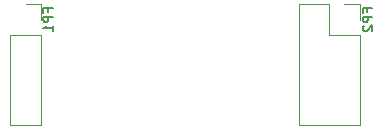
<source format=gbo>
%TF.GenerationSoftware,KiCad,Pcbnew,(6.0.2)*%
%TF.CreationDate,2022-03-15T19:18:54-04:00*%
%TF.ProjectId,Pi1541_Control_Pannel,50693135-3431-45f4-936f-6e74726f6c5f,1.0*%
%TF.SameCoordinates,Original*%
%TF.FileFunction,Legend,Bot*%
%TF.FilePolarity,Positive*%
%FSLAX46Y46*%
G04 Gerber Fmt 4.6, Leading zero omitted, Abs format (unit mm)*
G04 Created by KiCad (PCBNEW (6.0.2)) date 2022-03-15 19:18:54*
%MOMM*%
%LPD*%
G01*
G04 APERTURE LIST*
%ADD10C,0.152400*%
%ADD11C,0.120000*%
%ADD12O,2.700000X5.400000*%
%ADD13R,1.700000X1.700000*%
%ADD14O,1.700000X1.700000*%
%ADD15C,2.000000*%
%ADD16R,2.000000X2.000000*%
%ADD17C,2.700000*%
%ADD18R,1.800000X1.800000*%
%ADD19C,1.800000*%
G04 APERTURE END LIST*
D10*
X161941942Y-75512667D02*
X161941942Y-75241734D01*
X162367695Y-75241734D02*
X161554895Y-75241734D01*
X161554895Y-75628781D01*
X162367695Y-75938420D02*
X161554895Y-75938420D01*
X161554895Y-76248058D01*
X161593600Y-76325467D01*
X161632304Y-76364172D01*
X161709714Y-76402877D01*
X161825828Y-76402877D01*
X161903238Y-76364172D01*
X161941942Y-76325467D01*
X161980647Y-76248058D01*
X161980647Y-75938420D01*
X161632304Y-76712515D02*
X161593600Y-76751220D01*
X161554895Y-76828629D01*
X161554895Y-77022153D01*
X161593600Y-77099562D01*
X161632304Y-77138267D01*
X161709714Y-77176972D01*
X161787123Y-77176972D01*
X161903238Y-77138267D01*
X162367695Y-76673810D01*
X162367695Y-77176972D01*
X134891342Y-75512665D02*
X134891342Y-75241732D01*
X135317095Y-75241732D02*
X134504295Y-75241732D01*
X134504295Y-75628779D01*
X135317095Y-75938418D02*
X134504295Y-75938418D01*
X134504295Y-76248056D01*
X134543000Y-76325465D01*
X134581704Y-76364170D01*
X134659114Y-76402875D01*
X134775228Y-76402875D01*
X134852638Y-76364170D01*
X134891342Y-76325465D01*
X134930047Y-76248056D01*
X134930047Y-75938418D01*
X135317095Y-77176970D02*
X135317095Y-76712513D01*
X135317095Y-76944741D02*
X134504295Y-76944741D01*
X134620409Y-76867332D01*
X134697819Y-76789922D01*
X134736523Y-76712513D01*
D11*
X156130000Y-74860000D02*
X156130000Y-85140000D01*
X161330000Y-77460000D02*
X158730000Y-77460000D01*
X158730000Y-74860000D02*
X156130000Y-74860000D01*
X161330000Y-85140000D02*
X156130000Y-85140000D01*
X161330000Y-76190000D02*
X161330000Y-74860000D01*
X161330000Y-77460000D02*
X161330000Y-85140000D01*
X161330000Y-74860000D02*
X160000000Y-74860000D01*
X158730000Y-77460000D02*
X158730000Y-74860000D01*
X131670000Y-77460000D02*
X131670000Y-85140000D01*
X134330000Y-76190000D02*
X134330000Y-74860000D01*
X134330000Y-77460000D02*
X134330000Y-85140000D01*
X134330000Y-77460000D02*
X131670000Y-77460000D01*
X134330000Y-85140000D02*
X131670000Y-85140000D01*
X134330000Y-74860000D02*
X133000000Y-74860000D01*
%LPC*%
D12*
X129600000Y-90550000D03*
X153400000Y-69450000D03*
X153400000Y-90550000D03*
X129600000Y-69450000D03*
D13*
X129435000Y-76190000D03*
D14*
X129435000Y-78730000D03*
X129435000Y-81270000D03*
X129435000Y-83810000D03*
D15*
X166250000Y-74650000D03*
X172750000Y-74650000D03*
X172750000Y-70150000D03*
X166250000Y-70150000D03*
D16*
X158200000Y-94950000D03*
D15*
X158200000Y-102550000D03*
D17*
X174000000Y-102000000D03*
D15*
X166250000Y-82250000D03*
X172750000Y-82250000D03*
X166250000Y-77750000D03*
X172750000Y-77750000D03*
D18*
X160275000Y-65500000D03*
D19*
X157735000Y-65500000D03*
D17*
X130000000Y-102000000D03*
D15*
X172750000Y-67050000D03*
X166250000Y-67050000D03*
X166250000Y-62550000D03*
X172750000Y-62550000D03*
D18*
X160275000Y-58500000D03*
D19*
X157735000Y-58500000D03*
D15*
X166250000Y-89850000D03*
X172750000Y-89850000D03*
X172750000Y-85350000D03*
X166250000Y-85350000D03*
D17*
X130000000Y-58000000D03*
D15*
X172750000Y-97450000D03*
X166250000Y-97450000D03*
X166250000Y-92950000D03*
X172750000Y-92950000D03*
D17*
X174000000Y-58000000D03*
D13*
X160000000Y-76190000D03*
D14*
X157460000Y-76190000D03*
X160000000Y-78730000D03*
X157460000Y-78730000D03*
X160000000Y-81270000D03*
X157460000Y-81270000D03*
X160000000Y-83810000D03*
X157460000Y-83810000D03*
D13*
X133000000Y-76190000D03*
D14*
X133000000Y-78730000D03*
X133000000Y-81270000D03*
X133000000Y-83810000D03*
M02*

</source>
